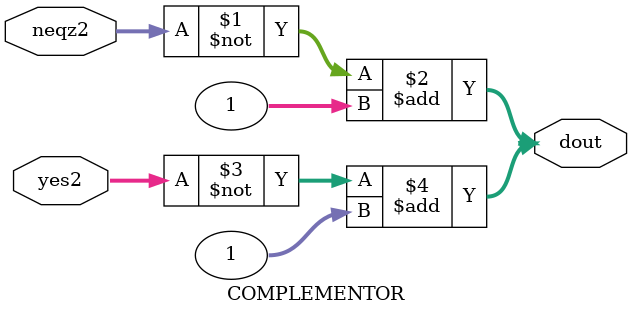
<source format=v>
`timescale 1ns / 1ps
module COMPLEMENTOR(dout,neqz2,yes2);
input [31:0] neqz2,yes2;
output reg [31:0] dout;
assign dout = (~neqz2)+1;
assign dout = (~yes2)+1;
endmodule

</source>
